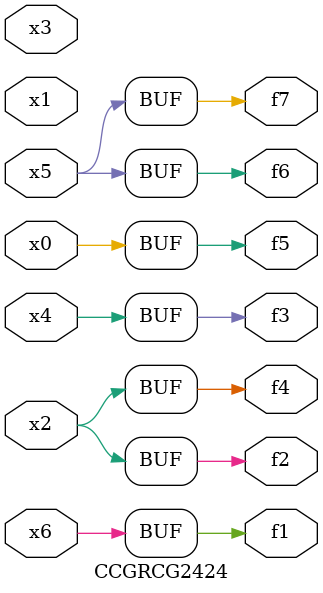
<source format=v>
module CCGRCG2424(
	input x0, x1, x2, x3, x4, x5, x6,
	output f1, f2, f3, f4, f5, f6, f7
);
	assign f1 = x6;
	assign f2 = x2;
	assign f3 = x4;
	assign f4 = x2;
	assign f5 = x0;
	assign f6 = x5;
	assign f7 = x5;
endmodule

</source>
